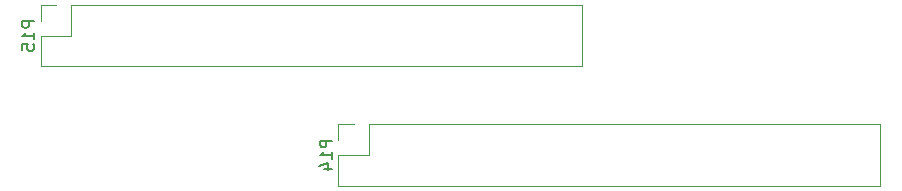
<source format=gbr>
G04 #@! TF.GenerationSoftware,KiCad,Pcbnew,(5.1.4-0-10_14)*
G04 #@! TF.CreationDate,2019-11-06T08:06:47+01:00*
G04 #@! TF.ProjectId,UFC Controller Interface,55464320-436f-46e7-9472-6f6c6c657220,rev?*
G04 #@! TF.SameCoordinates,Original*
G04 #@! TF.FileFunction,Legend,Bot*
G04 #@! TF.FilePolarity,Positive*
%FSLAX46Y46*%
G04 Gerber Fmt 4.6, Leading zero omitted, Abs format (unit mm)*
G04 Created by KiCad (PCBNEW (5.1.4-0-10_14)) date 2019-11-06 08:06:47*
%MOMM*%
%LPD*%
G04 APERTURE LIST*
%ADD10C,0.120000*%
%ADD11C,0.150000*%
G04 APERTURE END LIST*
D10*
X144085000Y-88840000D02*
X144085000Y-90170000D01*
X145415000Y-88840000D02*
X144085000Y-88840000D01*
X144085000Y-91440000D02*
X144085000Y-94040000D01*
X146685000Y-91440000D02*
X144085000Y-91440000D01*
X146685000Y-88840000D02*
X146685000Y-91440000D01*
X144085000Y-94040000D02*
X189925000Y-94040000D01*
X146685000Y-88840000D02*
X189925000Y-88840000D01*
X189925000Y-88840000D02*
X189925000Y-94040000D01*
X118888200Y-78730800D02*
X118888200Y-80060800D01*
X120218200Y-78730800D02*
X118888200Y-78730800D01*
X118888200Y-81330800D02*
X118888200Y-83930800D01*
X121488200Y-81330800D02*
X118888200Y-81330800D01*
X121488200Y-78730800D02*
X121488200Y-81330800D01*
X118888200Y-83930800D02*
X164728200Y-83930800D01*
X121488200Y-78730800D02*
X164728200Y-78730800D01*
X164728200Y-78730800D02*
X164728200Y-83930800D01*
D11*
X143537380Y-90225714D02*
X142537380Y-90225714D01*
X142537380Y-90606666D01*
X142585000Y-90701904D01*
X142632619Y-90749523D01*
X142727857Y-90797142D01*
X142870714Y-90797142D01*
X142965952Y-90749523D01*
X143013571Y-90701904D01*
X143061190Y-90606666D01*
X143061190Y-90225714D01*
X143537380Y-91749523D02*
X143537380Y-91178095D01*
X143537380Y-91463809D02*
X142537380Y-91463809D01*
X142680238Y-91368571D01*
X142775476Y-91273333D01*
X142823095Y-91178095D01*
X142870714Y-92606666D02*
X143537380Y-92606666D01*
X142489761Y-92368571D02*
X143204047Y-92130476D01*
X143204047Y-92749523D01*
X118340580Y-80116514D02*
X117340580Y-80116514D01*
X117340580Y-80497466D01*
X117388200Y-80592704D01*
X117435819Y-80640323D01*
X117531057Y-80687942D01*
X117673914Y-80687942D01*
X117769152Y-80640323D01*
X117816771Y-80592704D01*
X117864390Y-80497466D01*
X117864390Y-80116514D01*
X118340580Y-81640323D02*
X118340580Y-81068895D01*
X118340580Y-81354609D02*
X117340580Y-81354609D01*
X117483438Y-81259371D01*
X117578676Y-81164133D01*
X117626295Y-81068895D01*
X117340580Y-82545085D02*
X117340580Y-82068895D01*
X117816771Y-82021276D01*
X117769152Y-82068895D01*
X117721533Y-82164133D01*
X117721533Y-82402228D01*
X117769152Y-82497466D01*
X117816771Y-82545085D01*
X117912009Y-82592704D01*
X118150104Y-82592704D01*
X118245342Y-82545085D01*
X118292961Y-82497466D01*
X118340580Y-82402228D01*
X118340580Y-82164133D01*
X118292961Y-82068895D01*
X118245342Y-82021276D01*
M02*

</source>
